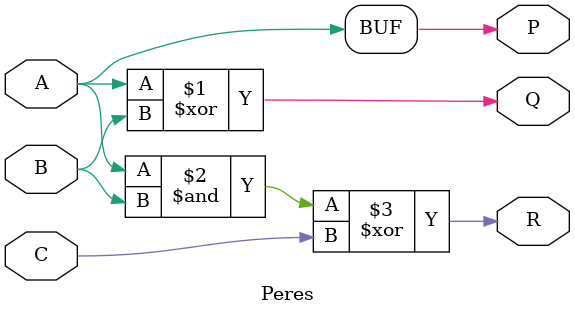
<source format=v>
module Peres(
	output P,
	output Q,
	output R,
	input A,
	input B,
	input C
		
);

	assign P = A;
	assign Q = A ^ B;
	assign R = (A & B) ^ C;
 	
endmodule

</source>
